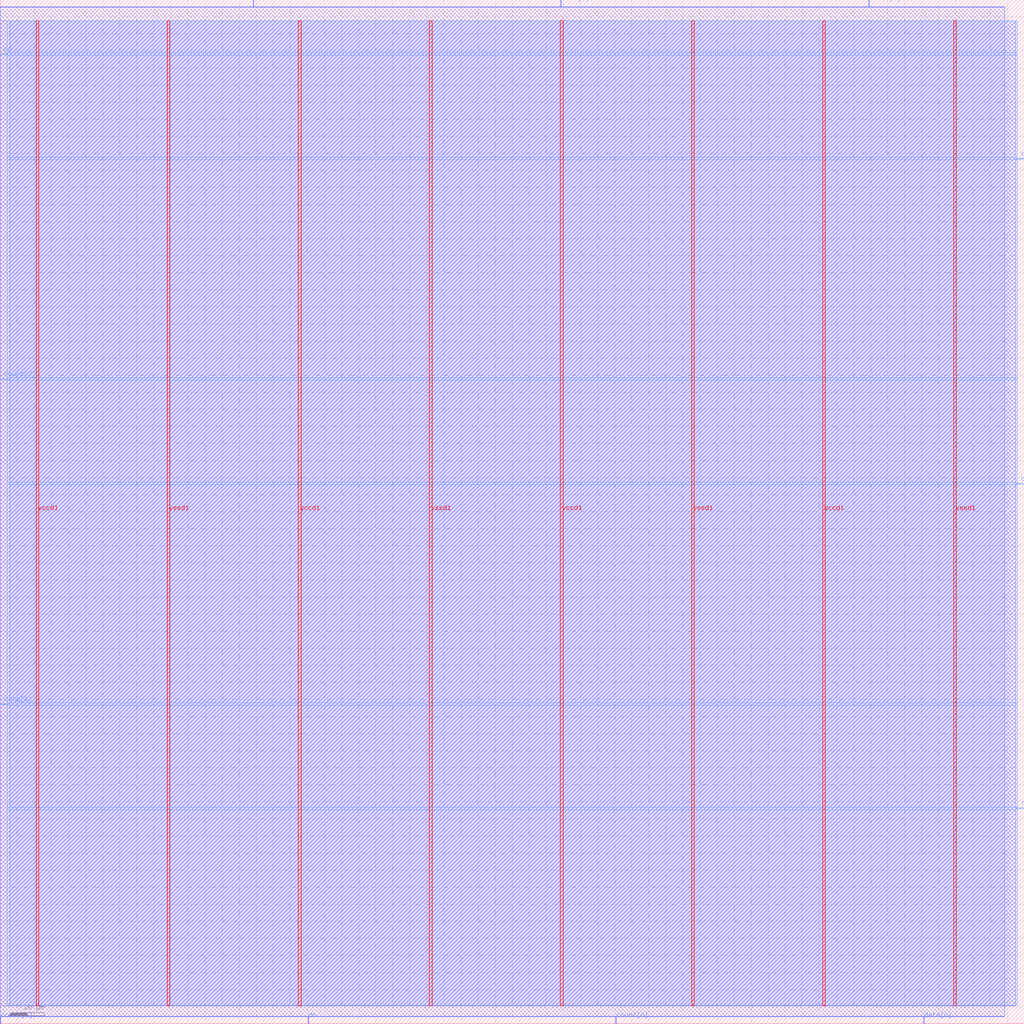
<source format=lef>
VERSION 5.7 ;
  NOWIREEXTENSIONATPIN ON ;
  DIVIDERCHAR "/" ;
  BUSBITCHARS "[]" ;
MACRO counter
  CLASS BLOCK ;
  FOREIGN counter ;
  ORIGIN 0.000 0.000 ;
  SIZE 600.000 BY 600.000 ;
  PIN clk
    DIRECTION INPUT ;
    USE SIGNAL ;
    PORT
      LAYER met3 ;
        RECT 596.000 316.240 600.000 316.840 ;
    END
  END clk
  PIN count[0]
    DIRECTION OUTPUT TRISTATE ;
    USE SIGNAL ;
    PORT
      LAYER met2 ;
        RECT 360.730 0.000 361.010 4.000 ;
    END
  END count[0]
  PIN count[1]
    DIRECTION OUTPUT TRISTATE ;
    USE SIGNAL ;
    PORT
      LAYER met2 ;
        RECT 508.850 596.000 509.130 600.000 ;
    END
  END count[1]
  PIN count[2]
    DIRECTION OUTPUT TRISTATE ;
    USE SIGNAL ;
    PORT
      LAYER met3 ;
        RECT 0.000 377.440 4.000 378.040 ;
    END
  END count[2]
  PIN count[3]
    DIRECTION OUTPUT TRISTATE ;
    USE SIGNAL ;
    PORT
      LAYER met2 ;
        RECT 0.090 0.000 0.370 4.000 ;
    END
  END count[3]
  PIN data[0]
    DIRECTION INPUT ;
    USE SIGNAL ;
    PORT
      LAYER met2 ;
        RECT 541.050 0.000 541.330 4.000 ;
    END
  END data[0]
  PIN data[1]
    DIRECTION INPUT ;
    USE SIGNAL ;
    PORT
      LAYER met3 ;
        RECT 0.000 187.040 4.000 187.640 ;
    END
  END data[1]
  PIN data[2]
    DIRECTION INPUT ;
    USE SIGNAL ;
    PORT
      LAYER met2 ;
        RECT 328.530 596.000 328.810 600.000 ;
    END
  END data[2]
  PIN data[3]
    DIRECTION INPUT ;
    USE SIGNAL ;
    PORT
      LAYER met3 ;
        RECT 596.000 506.640 600.000 507.240 ;
    END
  END data[3]
  PIN dn
    DIRECTION INPUT ;
    USE SIGNAL ;
    PORT
      LAYER met2 ;
        RECT 180.410 0.000 180.690 4.000 ;
    END
  END dn
  PIN en
    DIRECTION INPUT ;
    USE SIGNAL ;
    PORT
      LAYER met3 ;
        RECT 0.000 567.840 4.000 568.440 ;
    END
  END en
  PIN load
    DIRECTION INPUT ;
    USE SIGNAL ;
    PORT
      LAYER met2 ;
        RECT 148.210 596.000 148.490 600.000 ;
    END
  END load
  PIN rst_n
    DIRECTION INPUT ;
    USE SIGNAL ;
    PORT
      LAYER met3 ;
        RECT 596.000 125.840 600.000 126.440 ;
    END
  END rst_n
  PIN vccd1
    DIRECTION INPUT ;
    USE POWER ;
    PORT
      LAYER met4 ;
        RECT 21.040 10.640 22.640 587.760 ;
    END
    PORT
      LAYER met4 ;
        RECT 174.640 10.640 176.240 587.760 ;
    END
    PORT
      LAYER met4 ;
        RECT 328.240 10.640 329.840 587.760 ;
    END
    PORT
      LAYER met4 ;
        RECT 481.840 10.640 483.440 587.760 ;
    END
  END vccd1
  PIN vssd1
    DIRECTION INPUT ;
    USE GROUND ;
    PORT
      LAYER met4 ;
        RECT 97.840 10.640 99.440 587.760 ;
    END
    PORT
      LAYER met4 ;
        RECT 251.440 10.640 253.040 587.760 ;
    END
    PORT
      LAYER met4 ;
        RECT 405.040 10.640 406.640 587.760 ;
    END
    PORT
      LAYER met4 ;
        RECT 558.640 10.640 560.240 587.760 ;
    END
  END vssd1
  OBS
      LAYER li1 ;
        RECT 5.520 10.795 595.095 587.605 ;
      LAYER met1 ;
        RECT 0.070 10.640 595.155 587.760 ;
      LAYER met2 ;
        RECT 0.100 595.720 147.930 596.000 ;
        RECT 148.770 595.720 328.250 596.000 ;
        RECT 329.090 595.720 508.570 596.000 ;
        RECT 509.410 595.720 588.710 596.000 ;
        RECT 0.100 4.280 588.710 595.720 ;
        RECT 0.650 4.000 180.130 4.280 ;
        RECT 180.970 4.000 360.450 4.280 ;
        RECT 361.290 4.000 540.770 4.280 ;
        RECT 541.610 4.000 588.710 4.280 ;
      LAYER met3 ;
        RECT 4.000 568.840 596.000 587.685 ;
        RECT 4.400 567.440 596.000 568.840 ;
        RECT 4.000 507.640 596.000 567.440 ;
        RECT 4.000 506.240 595.600 507.640 ;
        RECT 4.000 378.440 596.000 506.240 ;
        RECT 4.400 377.040 596.000 378.440 ;
        RECT 4.000 317.240 596.000 377.040 ;
        RECT 4.000 315.840 595.600 317.240 ;
        RECT 4.000 188.040 596.000 315.840 ;
        RECT 4.400 186.640 596.000 188.040 ;
        RECT 4.000 126.840 596.000 186.640 ;
        RECT 4.000 125.440 595.600 126.840 ;
        RECT 4.000 10.715 596.000 125.440 ;
  END
END counter
END LIBRARY


</source>
